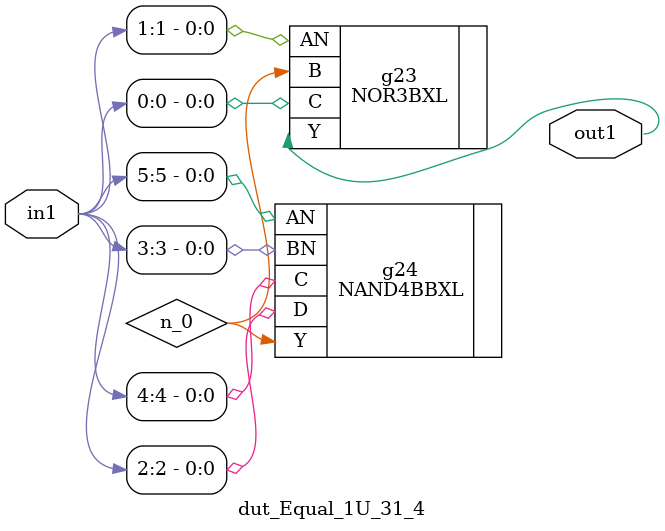
<source format=v>
`timescale 1ps / 1ps


module dut_Equal_1U_31_4(in1, out1);
  input [5:0] in1;
  output out1;
  wire [5:0] in1;
  wire out1;
  wire n_0;
  NOR3BXL g23(.AN (in1[1]), .B (n_0), .C (in1[0]), .Y (out1));
  NAND4BBXL g24(.AN (in1[5]), .BN (in1[3]), .C (in1[4]), .D (in1[2]),
       .Y (n_0));
endmodule



</source>
